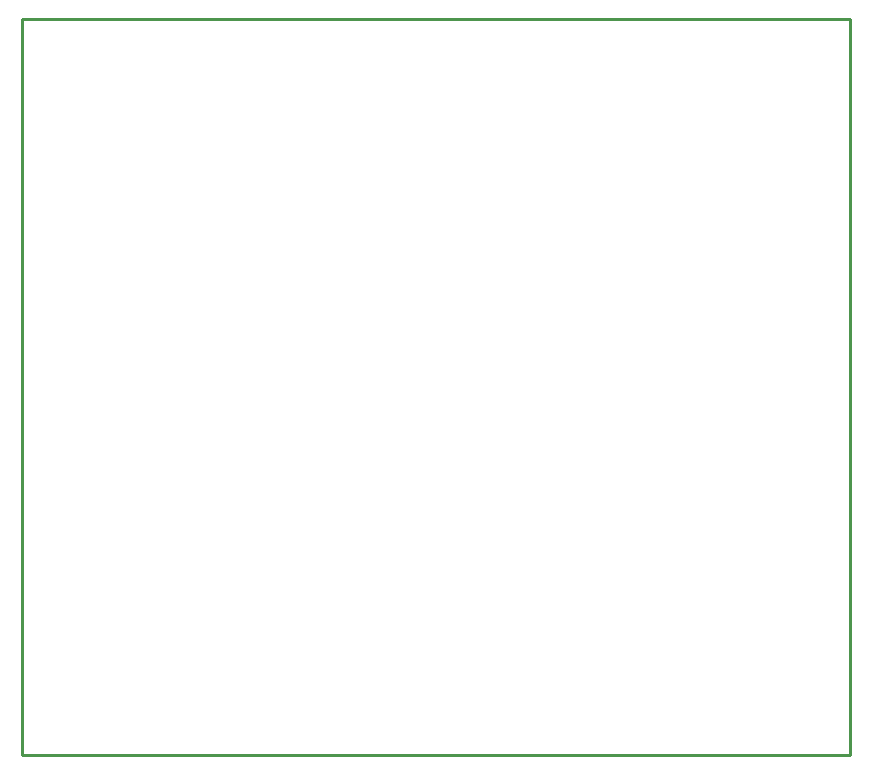
<source format=gm1>
G04*
G04 #@! TF.GenerationSoftware,Altium Limited,Altium Designer,21.6.4 (81)*
G04*
G04 Layer_Color=16711935*
%FSLAX25Y25*%
%MOIN*%
G70*
G04*
G04 #@! TF.SameCoordinates,D230F567-8F14-4DE2-9EB9-46B1BD9AA4B9*
G04*
G04*
G04 #@! TF.FilePolarity,Positive*
G04*
G01*
G75*
%ADD15C,0.01000*%
D15*
X26760Y27049D02*
X302642D01*
X26760Y272253D02*
X302642D01*
Y27049D02*
Y272253D01*
X26760Y27049D02*
Y272253D01*
M02*

</source>
